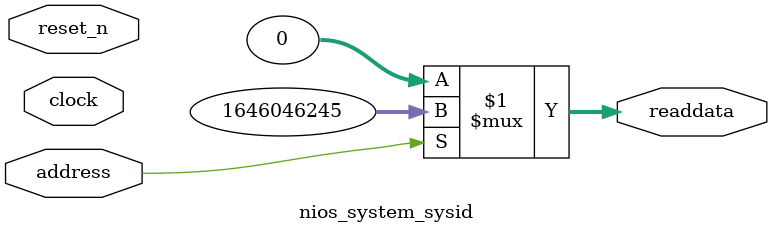
<source format=v>



// synthesis translate_off
`timescale 1ns / 1ps
// synthesis translate_on

// turn off superfluous verilog processor warnings 
// altera message_level Level1 
// altera message_off 10034 10035 10036 10037 10230 10240 10030 

module nios_system_sysid (
               // inputs:
                address,
                clock,
                reset_n,

               // outputs:
                readdata
             )
;

  output  [ 31: 0] readdata;
  input            address;
  input            clock;
  input            reset_n;

  wire    [ 31: 0] readdata;
  //control_slave, which is an e_avalon_slave
  assign readdata = address ? 1646046245 : 0;

endmodule



</source>
